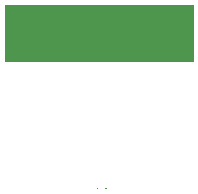
<source format=gbo>
G04 Layer: BottomSilkscreenLayer*
G04 EasyEDA v6.4.31, 2022-02-24 09:15:32*
G04 a044f9d0414b4ea6ab614482a810678a,bc126c73947d4e58bf32f0bec63d0957,10*
G04 Gerber Generator version 0.2*
G04 Scale: 100 percent, Rotated: No, Reflected: No *
G04 Dimensions in millimeters *
G04 leading zeros omitted , absolute positions ,4 integer and 5 decimal *
%FSLAX45Y45*%
%MOMM*%

%ADD10C,0.0001*%

%LPD*%
G36*
X2063750Y36068D02*
G01*
X2063750Y28448D01*
X2064257Y26670D01*
X2065528Y25654D01*
X2066391Y25247D01*
X2068271Y25196D01*
X2070100Y25908D01*
X2069592Y27686D01*
X2068830Y27178D01*
X2066798Y27178D01*
X2066036Y27940D01*
X2065782Y28956D01*
X2065782Y36068D01*
G37*
G36*
X2059432Y36068D02*
G01*
X2059432Y27178D01*
X2054098Y27178D01*
X2054098Y25400D01*
X2061718Y25400D01*
X2061718Y36068D01*
G37*
G36*
X2048510Y36068D02*
G01*
X2045970Y35560D01*
X2044446Y33782D01*
X2045970Y32766D01*
X2047239Y33985D01*
X2048865Y34290D01*
X2050288Y33782D01*
X2051557Y32004D01*
X2051507Y30022D01*
X2050999Y28448D01*
X2049780Y27432D01*
X2049221Y27228D01*
X2047493Y27178D01*
X2046224Y28244D01*
X2045970Y28702D01*
X2044192Y27686D01*
X2044547Y26974D01*
X2045970Y25958D01*
X2047697Y25450D01*
X2049729Y25552D01*
X2051557Y26263D01*
X2052320Y26924D01*
X2053336Y28702D01*
X2053843Y30733D01*
X2053336Y32766D01*
X2052320Y34544D01*
X2051659Y35153D01*
X2049729Y35915D01*
G37*
G36*
X2037588Y36068D02*
G01*
X2037588Y28448D01*
X2038096Y26670D01*
X2039366Y25654D01*
X2040229Y25247D01*
X2042109Y25196D01*
X2043938Y25908D01*
X2043430Y27686D01*
X2042668Y27178D01*
X2040636Y27178D01*
X2039874Y27940D01*
X2039620Y28956D01*
X2039620Y36068D01*
G37*
G36*
X2033270Y36068D02*
G01*
X2033270Y27178D01*
X2027936Y27178D01*
X2027936Y25400D01*
X2035556Y25400D01*
X2035556Y36068D01*
G37*
G36*
X2022348Y36068D02*
G01*
X2019807Y35560D01*
X2018284Y33782D01*
X2019807Y32766D01*
X2021078Y33985D01*
X2022703Y34290D01*
X2023973Y33782D01*
X2025396Y32004D01*
X2025345Y30022D01*
X2024989Y28752D01*
X2024125Y27736D01*
X2022703Y27178D01*
X2021332Y27178D01*
X2020062Y28244D01*
X2019807Y28702D01*
X2018030Y27686D01*
X2019046Y26416D01*
X2020570Y25654D01*
X2022348Y25400D01*
X2025345Y26263D01*
X2026157Y26924D01*
X2027580Y29718D01*
X2027631Y31242D01*
X2027021Y33172D01*
X2025802Y34899D01*
X2024125Y35763D01*
G37*
G36*
X2011425Y36068D02*
G01*
X2011527Y27940D01*
X2012188Y26314D01*
X2013610Y25450D01*
X2015591Y25146D01*
X2016861Y25501D01*
X2017522Y25908D01*
X2017268Y27686D01*
X2016506Y27178D01*
X2014474Y27178D01*
X2013508Y28295D01*
X2013457Y36068D01*
G37*
G36*
X2007107Y36068D02*
G01*
X2007107Y27178D01*
X2001774Y27178D01*
X2001774Y25400D01*
X2009393Y25400D01*
X2009393Y36068D01*
G37*
G36*
X1996186Y36068D02*
G01*
X1994763Y35915D01*
X1993646Y35560D01*
X1992122Y33782D01*
X1993646Y32766D01*
X1994916Y33985D01*
X1996541Y34290D01*
X1997811Y33782D01*
X1999234Y32004D01*
X1999183Y30022D01*
X1998472Y28194D01*
X1997202Y27330D01*
X1995170Y27178D01*
X1994052Y28092D01*
X1993646Y28702D01*
X1991868Y27686D01*
X1992884Y26416D01*
X1994407Y25654D01*
X1996186Y25400D01*
X1997354Y25552D01*
X1999183Y26263D01*
X1999996Y26924D01*
X2001418Y29718D01*
X2001418Y31750D01*
X2000351Y34036D01*
X1999640Y34899D01*
X1997405Y35915D01*
G37*
G36*
X1985264Y36068D02*
G01*
X1985264Y28448D01*
X1985772Y26670D01*
X1987042Y25654D01*
X1987956Y25247D01*
X1989785Y25196D01*
X1991360Y25908D01*
X1991106Y27686D01*
X1990343Y27178D01*
X1988057Y27178D01*
X1987346Y28295D01*
X1987296Y36068D01*
G37*
G36*
X1980946Y36068D02*
G01*
X1980946Y27178D01*
X1975612Y27178D01*
X1975612Y25400D01*
X1982978Y25400D01*
X1982978Y36068D01*
G37*
G36*
X1970024Y36068D02*
G01*
X1967484Y35560D01*
X1965960Y33782D01*
X1967484Y32766D01*
X1968754Y33985D01*
X1970379Y34290D01*
X1971649Y33782D01*
X1972513Y32766D01*
X1972919Y31750D01*
X1973021Y30022D01*
X1972310Y28194D01*
X1971039Y27330D01*
X1969007Y27178D01*
X1967738Y28244D01*
X1967484Y28702D01*
X1965706Y27686D01*
X1966061Y26974D01*
X1967484Y25958D01*
X1969211Y25450D01*
X1971141Y25552D01*
X1973021Y26263D01*
X1973834Y26924D01*
X1974850Y28702D01*
X1975104Y30226D01*
X1975053Y31750D01*
X1974697Y33172D01*
X1973427Y34899D01*
X1971802Y35763D01*
G37*
G36*
X1199997Y1587500D02*
G01*
X2799994Y1587500D01*
X2799994Y1104900D01*
X1199997Y1104900D01*
G37*
M02*

</source>
